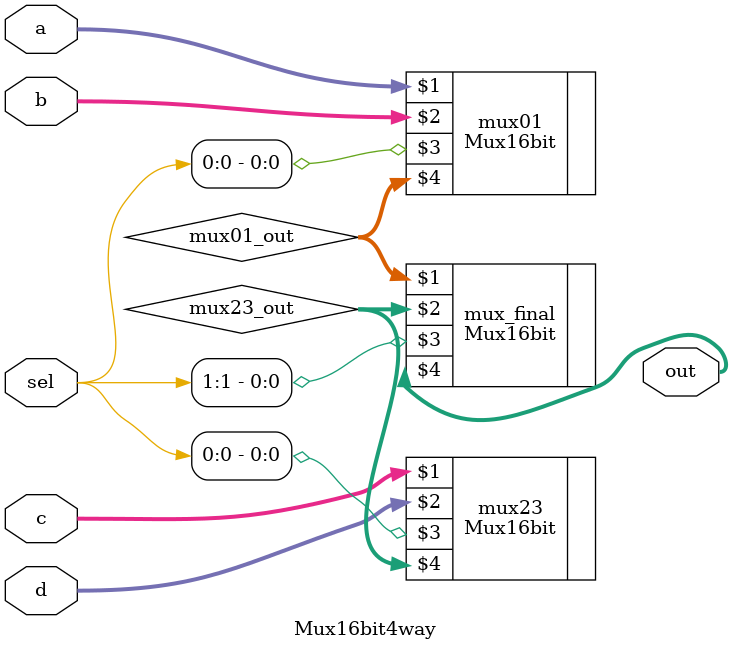
<source format=v>
`include "multiplexors/16bitMux.v"

module Mux16bit4way (
    input [15:0] a,     // 16-bit input A
    input [15:0] b,     // 16-bit input B
    input [15:0] c,     // 16-bit input C
    input [15:0] d,     // 16-bit input D
    input [1:0] sel,    // 2-bit select line (00=A, 01=B, 10=C, 11=D)
    output [15:0] out   // 16-bit output
);

    wire [15:0] mux01_out, mux23_out;
    
    // First level: select between a,b and c,d
    Mux16bit mux01(a, b, sel[0], mux01_out);
    Mux16bit mux23(c, d, sel[0], mux23_out);
    
    // Second level: select between the two first level outputs
    Mux16bit mux_final(mux01_out, mux23_out, sel[1], out);

endmodule

</source>
